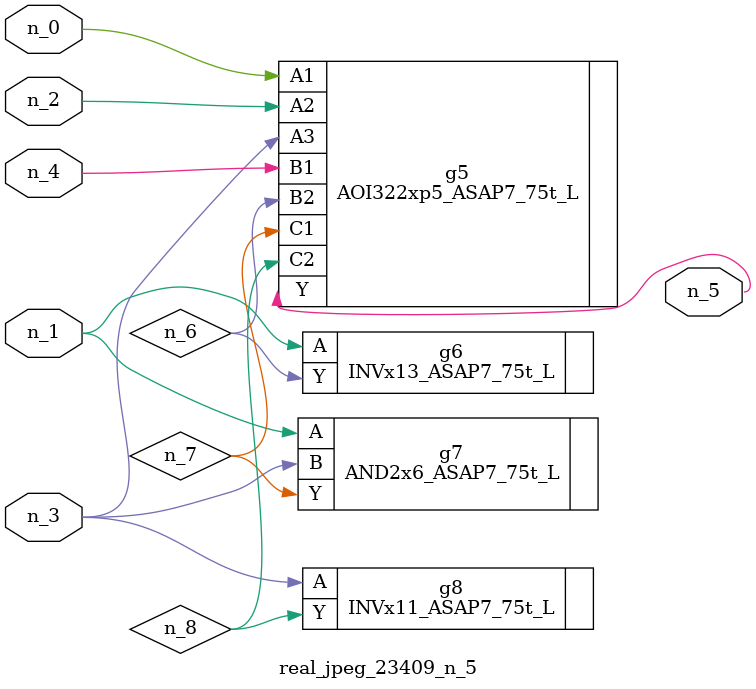
<source format=v>
module real_jpeg_23409_n_5 (n_4, n_0, n_1, n_2, n_3, n_5);

input n_4;
input n_0;
input n_1;
input n_2;
input n_3;

output n_5;

wire n_8;
wire n_6;
wire n_7;

AOI322xp5_ASAP7_75t_L g5 ( 
.A1(n_0),
.A2(n_2),
.A3(n_3),
.B1(n_4),
.B2(n_6),
.C1(n_7),
.C2(n_8),
.Y(n_5)
);

INVx13_ASAP7_75t_L g6 ( 
.A(n_1),
.Y(n_6)
);

AND2x6_ASAP7_75t_L g7 ( 
.A(n_1),
.B(n_3),
.Y(n_7)
);

INVx11_ASAP7_75t_L g8 ( 
.A(n_3),
.Y(n_8)
);


endmodule
</source>
